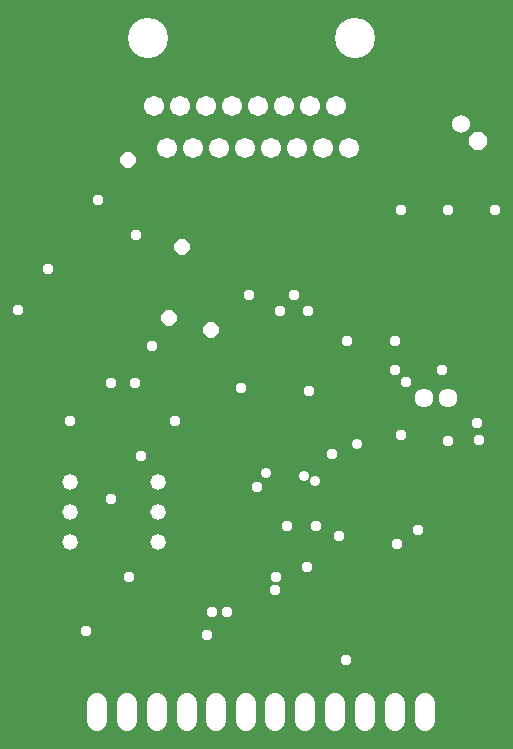
<source format=gbs>
G04 EAGLE Gerber RS-274X export*
G75*
%MOMM*%
%FSLAX34Y34*%
%LPD*%
%INSoldermask Bottom*%
%IPNEG*%
%AMOC8*
5,1,8,0,0,1.08239X$1,22.5*%
G01*
%ADD10C,1.320800*%
%ADD11C,1.611200*%
%ADD12C,1.711200*%
%ADD13P,1.649562X8X337.500000*%
%ADD14C,1.524000*%
%ADD15C,1.711200*%
%ADD16C,3.403200*%
%ADD17P,1.417498X8X22.500000*%
%ADD18C,0.959600*%
%ADD19C,0.909600*%


D10*
X145000Y184600D03*
X145000Y210000D03*
X145000Y235400D03*
X70000Y184600D03*
X70000Y210000D03*
X70000Y235400D03*
D11*
X370000Y306800D03*
X390000Y306800D03*
D12*
X143948Y48062D02*
X143948Y32982D01*
X169348Y32982D02*
X169348Y48062D01*
X193948Y48062D02*
X193948Y32982D01*
X219348Y32982D02*
X219348Y48062D01*
X243948Y48062D02*
X243948Y32982D01*
X269348Y32982D02*
X269348Y48062D01*
X92843Y48062D02*
X92843Y32982D01*
X118243Y32982D02*
X118243Y48062D01*
D13*
X415884Y524498D03*
D14*
X401516Y538867D03*
D12*
X294748Y48062D02*
X294748Y32982D01*
X320148Y32982D02*
X320148Y48062D01*
D15*
X152586Y518403D03*
X174586Y518403D03*
X196586Y518403D03*
X218586Y518403D03*
X240586Y518403D03*
X262586Y518403D03*
X284586Y518403D03*
X306586Y518403D03*
X141586Y553403D03*
X163586Y553403D03*
X185586Y553403D03*
X207586Y553403D03*
X229586Y553403D03*
X251586Y553403D03*
X273586Y553403D03*
X295586Y553403D03*
D16*
X311586Y611403D03*
X136586Y611403D03*
D12*
X345420Y48062D02*
X345420Y32982D01*
X370820Y32982D02*
X370820Y48062D01*
D17*
X153939Y374191D03*
X164766Y434667D03*
X189464Y364210D03*
X119599Y508000D03*
D18*
X104766Y221080D03*
X125266Y319043D03*
X104966Y319043D03*
X385000Y330000D03*
X190000Y125000D03*
X51112Y415343D03*
X228299Y230969D03*
X355000Y320000D03*
X350000Y275000D03*
X365000Y195000D03*
X244145Y154812D03*
X69816Y287337D03*
X83929Y108944D03*
X415000Y285000D03*
X214633Y314623D03*
X93847Y474186D03*
X350065Y465600D03*
X390065Y465600D03*
X430065Y465600D03*
X26017Y381266D03*
X305000Y355000D03*
X345000Y355000D03*
X272500Y312500D03*
X304072Y84413D03*
X158760Y286818D03*
X297900Y189800D03*
X139391Y350508D03*
X221500Y394000D03*
X260000Y394000D03*
X272000Y380000D03*
X248000Y380000D03*
X390000Y270000D03*
X345000Y330000D03*
X202900Y124900D03*
D19*
X313055Y267632D03*
X277699Y235998D03*
D18*
X278100Y198400D03*
X270897Y162999D03*
X346600Y183000D03*
X253900Y198400D03*
X129900Y257700D03*
X120000Y155000D03*
X243378Y144024D03*
X291660Y259299D03*
X125647Y444186D03*
X416007Y271129D03*
X186500Y105700D03*
D19*
X236322Y242581D03*
X268125Y240805D03*
M02*

</source>
